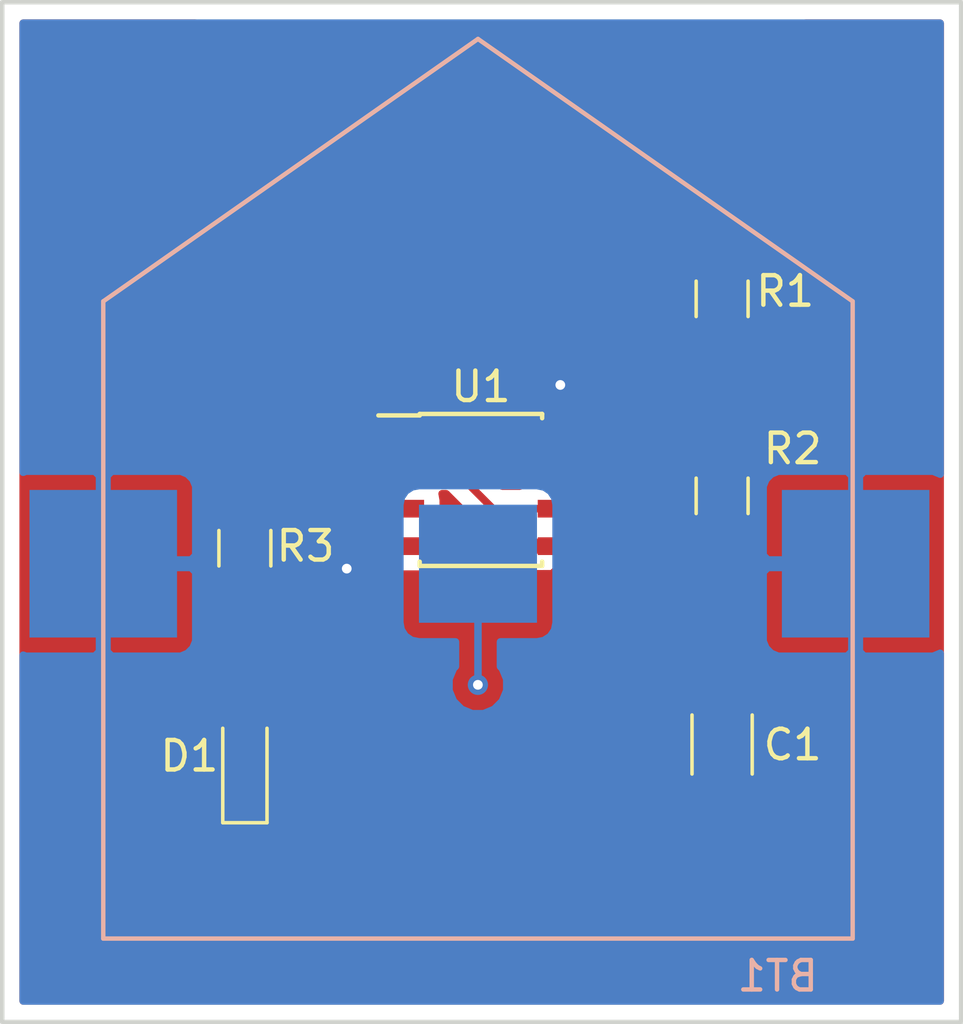
<source format=kicad_pcb>
(kicad_pcb (version 4) (host pcbnew 4.0.7)

  (general
    (links 15)
    (no_connects 0)
    (area 150.299999 76.999999 182.950001 111.700001)
    (thickness 1.6)
    (drawings 5)
    (tracks 27)
    (zones 0)
    (modules 7)
    (nets 7)
  )

  (page A4)
  (layers
    (0 F.Cu signal)
    (31 B.Cu signal)
    (32 B.Adhes user)
    (33 F.Adhes user)
    (34 B.Paste user)
    (35 F.Paste user)
    (36 B.SilkS user)
    (37 F.SilkS user)
    (38 B.Mask user)
    (39 F.Mask user)
    (40 Dwgs.User user)
    (41 Cmts.User user)
    (42 Eco1.User user)
    (43 Eco2.User user)
    (44 Edge.Cuts user)
    (45 Margin user)
    (46 B.CrtYd user)
    (47 F.CrtYd user)
    (48 B.Fab user)
    (49 F.Fab user)
  )

  (setup
    (last_trace_width 0.254)
    (trace_clearance 0.254)
    (zone_clearance 0.508)
    (zone_45_only no)
    (trace_min 0.1524)
    (segment_width 0.2)
    (edge_width 0.15)
    (via_size 0.6858)
    (via_drill 0.3302)
    (via_min_size 0.6858)
    (via_min_drill 0.3302)
    (uvia_size 0.3)
    (uvia_drill 0.1)
    (uvias_allowed no)
    (uvia_min_size 0.2)
    (uvia_min_drill 0.1)
    (pcb_text_width 0.3)
    (pcb_text_size 1.5 1.5)
    (mod_edge_width 0.15)
    (mod_text_size 1 1)
    (mod_text_width 0.15)
    (pad_size 1.524 1.524)
    (pad_drill 0.762)
    (pad_to_mask_clearance 0.2)
    (aux_axis_origin 0 0)
    (visible_elements 7FFFFFFF)
    (pcbplotparams
      (layerselection 0x010f0_80000001)
      (usegerberextensions false)
      (excludeedgelayer true)
      (linewidth 0.100000)
      (plotframeref false)
      (viasonmask false)
      (mode 1)
      (useauxorigin false)
      (hpglpennumber 1)
      (hpglpenspeed 20)
      (hpglpendiameter 15)
      (hpglpenoverlay 2)
      (psnegative false)
      (psa4output false)
      (plotreference true)
      (plotvalue false)
      (plotinvisibletext false)
      (padsonsilk false)
      (subtractmaskfromsilk true)
      (outputformat 1)
      (mirror false)
      (drillshape 0)
      (scaleselection 1)
      (outputdirectory GERBERS/))
  )

  (net 0 "")
  (net 1 GND)
  (net 2 /VDD)
  (net 3 "Net-(C1-Pad1)")
  (net 4 "Net-(D1-Pad2)")
  (net 5 "Net-(R1-Pad2)")
  (net 6 "Net-(R3-Pad1)")

  (net_class Default "This is the default net class."
    (clearance 0.254)
    (trace_width 0.254)
    (via_dia 0.6858)
    (via_drill 0.3302)
    (uvia_dia 0.3)
    (uvia_drill 0.1)
    (add_net /VDD)
    (add_net GND)
    (add_net "Net-(C1-Pad1)")
    (add_net "Net-(D1-Pad2)")
    (add_net "Net-(R1-Pad2)")
    (add_net "Net-(R3-Pad1)")
  )

  (module GTB:S8211R (layer B.Cu) (tedit 5AE006A6) (tstamp 5AE00C6F)
    (at 166.5 96.1)
    (path /5ADFE56F)
    (fp_text reference BT1 (at 10.16 13.97) (layer B.SilkS)
      (effects (font (size 1 1) (thickness 0.15)) (justify mirror))
    )
    (fp_text value Battery (at -8.89 13.97) (layer B.Fab)
      (effects (font (size 1 1) (thickness 0.15)) (justify mirror))
    )
    (fp_line (start -12.7 -8.89) (end 0 -17.78) (layer B.SilkS) (width 0.15))
    (fp_line (start 0 -17.78) (end 12.7 -8.89) (layer B.SilkS) (width 0.15))
    (fp_line (start 12.7 12.7) (end 12.7 -8.89) (layer B.SilkS) (width 0.15))
    (fp_line (start -12.7 -8.89) (end -12.7 12.7) (layer B.SilkS) (width 0.15))
    (fp_line (start -12.7 12.7) (end 12.7 12.7) (layer B.SilkS) (width 0.15))
    (pad 2 smd rect (at 0 0) (size 4 4) (layers B.Cu B.Paste B.Mask)
      (net 1 GND))
    (pad 1 smd rect (at -12.7 0) (size 5 5) (layers B.Cu B.Paste B.Mask)
      (net 2 /VDD))
    (pad 1 smd rect (at 12.8 0) (size 5 5) (layers B.Cu B.Paste B.Mask)
      (net 2 /VDD))
  )

  (module Capacitors_SMD:C_1206_HandSoldering (layer F.Cu) (tedit 5AE8558B) (tstamp 5AE00C75)
    (at 174.775 102.225 270)
    (descr "Capacitor SMD 1206, hand soldering")
    (tags "capacitor 1206")
    (path /5ADFE3AF)
    (attr smd)
    (fp_text reference C1 (at 0.01 -2.39 360) (layer F.SilkS)
      (effects (font (size 1 1) (thickness 0.15)))
    )
    (fp_text value 1U (at 0 2 270) (layer F.Fab)
      (effects (font (size 1 1) (thickness 0.15)))
    )
    (fp_text user %R (at 0.01 -2.39 360) (layer F.Fab) hide
      (effects (font (size 1 1) (thickness 0.15)))
    )
    (fp_line (start -1.6 0.8) (end -1.6 -0.8) (layer F.Fab) (width 0.1))
    (fp_line (start 1.6 0.8) (end -1.6 0.8) (layer F.Fab) (width 0.1))
    (fp_line (start 1.6 -0.8) (end 1.6 0.8) (layer F.Fab) (width 0.1))
    (fp_line (start -1.6 -0.8) (end 1.6 -0.8) (layer F.Fab) (width 0.1))
    (fp_line (start 1 -1.02) (end -1 -1.02) (layer F.SilkS) (width 0.12))
    (fp_line (start -1 1.02) (end 1 1.02) (layer F.SilkS) (width 0.12))
    (fp_line (start -3.25 -1.05) (end 3.25 -1.05) (layer F.CrtYd) (width 0.05))
    (fp_line (start -3.25 -1.05) (end -3.25 1.05) (layer F.CrtYd) (width 0.05))
    (fp_line (start 3.25 1.05) (end 3.25 -1.05) (layer F.CrtYd) (width 0.05))
    (fp_line (start 3.25 1.05) (end -3.25 1.05) (layer F.CrtYd) (width 0.05))
    (pad 1 smd rect (at -2 0 270) (size 2 1.6) (layers F.Cu F.Paste F.Mask)
      (net 3 "Net-(C1-Pad1)"))
    (pad 2 smd rect (at 2 0 270) (size 2 1.6) (layers F.Cu F.Paste F.Mask)
      (net 1 GND))
    (model Capacitors_SMD.3dshapes/C_1206.wrl
      (at (xyz 0 0 0))
      (scale (xyz 1 1 1))
      (rotate (xyz 0 0 0))
    )
  )

  (module LEDs:LED_0805_HandSoldering (layer F.Cu) (tedit 5AE85557) (tstamp 5AE00C7B)
    (at 158.6 102.675 90)
    (descr "Resistor SMD 0805, hand soldering")
    (tags "resistor 0805")
    (path /5ADFE3FA)
    (attr smd)
    (fp_text reference D1 (at 0.059 -1.882 180) (layer F.SilkS)
      (effects (font (size 1 1) (thickness 0.15)))
    )
    (fp_text value LED (at 0 1.75 90) (layer F.Fab)
      (effects (font (size 1 1) (thickness 0.15)))
    )
    (fp_line (start -0.4 -0.4) (end -0.4 0.4) (layer F.Fab) (width 0.1))
    (fp_line (start -0.4 0) (end 0.2 -0.4) (layer F.Fab) (width 0.1))
    (fp_line (start 0.2 0.4) (end -0.4 0) (layer F.Fab) (width 0.1))
    (fp_line (start 0.2 -0.4) (end 0.2 0.4) (layer F.Fab) (width 0.1))
    (fp_line (start -1 0.62) (end -1 -0.62) (layer F.Fab) (width 0.1))
    (fp_line (start 1 0.62) (end -1 0.62) (layer F.Fab) (width 0.1))
    (fp_line (start 1 -0.62) (end 1 0.62) (layer F.Fab) (width 0.1))
    (fp_line (start -1 -0.62) (end 1 -0.62) (layer F.Fab) (width 0.1))
    (fp_line (start 1 0.75) (end -2.2 0.75) (layer F.SilkS) (width 0.12))
    (fp_line (start -2.2 -0.75) (end 1 -0.75) (layer F.SilkS) (width 0.12))
    (fp_line (start -2.35 -0.9) (end 2.35 -0.9) (layer F.CrtYd) (width 0.05))
    (fp_line (start -2.35 -0.9) (end -2.35 0.9) (layer F.CrtYd) (width 0.05))
    (fp_line (start 2.35 0.9) (end 2.35 -0.9) (layer F.CrtYd) (width 0.05))
    (fp_line (start 2.35 0.9) (end -2.35 0.9) (layer F.CrtYd) (width 0.05))
    (fp_line (start -2.2 -0.75) (end -2.2 0.75) (layer F.SilkS) (width 0.12))
    (pad 1 smd rect (at -1.35 0 90) (size 1.5 1.3) (layers F.Cu F.Paste F.Mask)
      (net 1 GND))
    (pad 2 smd rect (at 1.35 0 90) (size 1.5 1.3) (layers F.Cu F.Paste F.Mask)
      (net 4 "Net-(D1-Pad2)"))
    (model ${KISYS3DMOD}/LEDs.3dshapes/LED_0805.wrl
      (at (xyz 0 0 0))
      (scale (xyz 1 1 1))
      (rotate (xyz 0 0 0))
    )
  )

  (module Resistors_SMD:R_0805_HandSoldering (layer F.Cu) (tedit 5AE85514) (tstamp 5AE00C81)
    (at 174.775 87.125 270)
    (descr "Resistor SMD 0805, hand soldering")
    (tags "resistor 0805")
    (path /5ADFE144)
    (attr smd)
    (fp_text reference R1 (at -0.257 -2.136 360) (layer F.SilkS)
      (effects (font (size 1 1) (thickness 0.15)))
    )
    (fp_text value 1K (at 0 1.75 270) (layer F.Fab)
      (effects (font (size 1 1) (thickness 0.15)))
    )
    (fp_text user %R (at 0 0 270) (layer F.Fab)
      (effects (font (size 0.5 0.5) (thickness 0.075)))
    )
    (fp_line (start -1 0.62) (end -1 -0.62) (layer F.Fab) (width 0.1))
    (fp_line (start 1 0.62) (end -1 0.62) (layer F.Fab) (width 0.1))
    (fp_line (start 1 -0.62) (end 1 0.62) (layer F.Fab) (width 0.1))
    (fp_line (start -1 -0.62) (end 1 -0.62) (layer F.Fab) (width 0.1))
    (fp_line (start 0.6 0.88) (end -0.6 0.88) (layer F.SilkS) (width 0.12))
    (fp_line (start -0.6 -0.88) (end 0.6 -0.88) (layer F.SilkS) (width 0.12))
    (fp_line (start -2.35 -0.9) (end 2.35 -0.9) (layer F.CrtYd) (width 0.05))
    (fp_line (start -2.35 -0.9) (end -2.35 0.9) (layer F.CrtYd) (width 0.05))
    (fp_line (start 2.35 0.9) (end 2.35 -0.9) (layer F.CrtYd) (width 0.05))
    (fp_line (start 2.35 0.9) (end -2.35 0.9) (layer F.CrtYd) (width 0.05))
    (pad 1 smd rect (at -1.35 0 270) (size 1.5 1.3) (layers F.Cu F.Paste F.Mask)
      (net 2 /VDD))
    (pad 2 smd rect (at 1.35 0 270) (size 1.5 1.3) (layers F.Cu F.Paste F.Mask)
      (net 5 "Net-(R1-Pad2)"))
    (model ${KISYS3DMOD}/Resistors_SMD.3dshapes/R_0805.wrl
      (at (xyz 0 0 0))
      (scale (xyz 1 1 1))
      (rotate (xyz 0 0 0))
    )
  )

  (module Resistors_SMD:R_0805_HandSoldering (layer F.Cu) (tedit 5AE8551E) (tstamp 5AE00C87)
    (at 174.775 93.8 270)
    (descr "Resistor SMD 0805, hand soldering")
    (tags "resistor 0805")
    (path /5ADFE2A3)
    (attr smd)
    (fp_text reference R2 (at -1.598 -2.39 360) (layer F.SilkS)
      (effects (font (size 1 1) (thickness 0.15)))
    )
    (fp_text value 470K (at 0 1.75 270) (layer F.Fab)
      (effects (font (size 1 1) (thickness 0.15)))
    )
    (fp_text user %R (at 0 0 270) (layer F.Fab)
      (effects (font (size 0.5 0.5) (thickness 0.075)))
    )
    (fp_line (start -1 0.62) (end -1 -0.62) (layer F.Fab) (width 0.1))
    (fp_line (start 1 0.62) (end -1 0.62) (layer F.Fab) (width 0.1))
    (fp_line (start 1 -0.62) (end 1 0.62) (layer F.Fab) (width 0.1))
    (fp_line (start -1 -0.62) (end 1 -0.62) (layer F.Fab) (width 0.1))
    (fp_line (start 0.6 0.88) (end -0.6 0.88) (layer F.SilkS) (width 0.12))
    (fp_line (start -0.6 -0.88) (end 0.6 -0.88) (layer F.SilkS) (width 0.12))
    (fp_line (start -2.35 -0.9) (end 2.35 -0.9) (layer F.CrtYd) (width 0.05))
    (fp_line (start -2.35 -0.9) (end -2.35 0.9) (layer F.CrtYd) (width 0.05))
    (fp_line (start 2.35 0.9) (end 2.35 -0.9) (layer F.CrtYd) (width 0.05))
    (fp_line (start 2.35 0.9) (end -2.35 0.9) (layer F.CrtYd) (width 0.05))
    (pad 1 smd rect (at -1.35 0 270) (size 1.5 1.3) (layers F.Cu F.Paste F.Mask)
      (net 5 "Net-(R1-Pad2)"))
    (pad 2 smd rect (at 1.35 0 270) (size 1.5 1.3) (layers F.Cu F.Paste F.Mask)
      (net 3 "Net-(C1-Pad1)"))
    (model ${KISYS3DMOD}/Resistors_SMD.3dshapes/R_0805.wrl
      (at (xyz 0 0 0))
      (scale (xyz 1 1 1))
      (rotate (xyz 0 0 0))
    )
  )

  (module Resistors_SMD:R_0805_HandSoldering (layer F.Cu) (tedit 5AE8550A) (tstamp 5AE00C8D)
    (at 158.6 95.575 270)
    (descr "Resistor SMD 0805, hand soldering")
    (tags "resistor 0805")
    (path /5ADFE336)
    (attr smd)
    (fp_text reference R3 (at -0.071 -2.055 360) (layer F.SilkS)
      (effects (font (size 1 1) (thickness 0.15)))
    )
    (fp_text value 1K (at 0 1.75 270) (layer F.Fab)
      (effects (font (size 1 1) (thickness 0.15)))
    )
    (fp_text user %R (at 0 0 270) (layer F.Fab)
      (effects (font (size 0.5 0.5) (thickness 0.075)))
    )
    (fp_line (start -1 0.62) (end -1 -0.62) (layer F.Fab) (width 0.1))
    (fp_line (start 1 0.62) (end -1 0.62) (layer F.Fab) (width 0.1))
    (fp_line (start 1 -0.62) (end 1 0.62) (layer F.Fab) (width 0.1))
    (fp_line (start -1 -0.62) (end 1 -0.62) (layer F.Fab) (width 0.1))
    (fp_line (start 0.6 0.88) (end -0.6 0.88) (layer F.SilkS) (width 0.12))
    (fp_line (start -0.6 -0.88) (end 0.6 -0.88) (layer F.SilkS) (width 0.12))
    (fp_line (start -2.35 -0.9) (end 2.35 -0.9) (layer F.CrtYd) (width 0.05))
    (fp_line (start -2.35 -0.9) (end -2.35 0.9) (layer F.CrtYd) (width 0.05))
    (fp_line (start 2.35 0.9) (end 2.35 -0.9) (layer F.CrtYd) (width 0.05))
    (fp_line (start 2.35 0.9) (end -2.35 0.9) (layer F.CrtYd) (width 0.05))
    (pad 1 smd rect (at -1.35 0 270) (size 1.5 1.3) (layers F.Cu F.Paste F.Mask)
      (net 6 "Net-(R3-Pad1)"))
    (pad 2 smd rect (at 1.35 0 270) (size 1.5 1.3) (layers F.Cu F.Paste F.Mask)
      (net 4 "Net-(D1-Pad2)"))
    (model ${KISYS3DMOD}/Resistors_SMD.3dshapes/R_0805.wrl
      (at (xyz 0 0 0))
      (scale (xyz 1 1 1))
      (rotate (xyz 0 0 0))
    )
  )

  (module Housings_SOIC:SOIC-8_3.9x4.9mm_Pitch1.27mm (layer F.Cu) (tedit 58CD0CDA) (tstamp 5AE00C99)
    (at 166.6 93.6)
    (descr "8-Lead Plastic Small Outline (SN) - Narrow, 3.90 mm Body [SOIC] (see Microchip Packaging Specification 00000049BS.pdf)")
    (tags "SOIC 1.27")
    (path /5ADFE06A)
    (attr smd)
    (fp_text reference U1 (at 0 -3.5) (layer F.SilkS)
      (effects (font (size 1 1) (thickness 0.15)))
    )
    (fp_text value 7555 (at 0 3.5) (layer F.Fab)
      (effects (font (size 1 1) (thickness 0.15)))
    )
    (fp_text user %R (at 0 0) (layer F.Fab)
      (effects (font (size 1 1) (thickness 0.15)))
    )
    (fp_line (start -0.95 -2.45) (end 1.95 -2.45) (layer F.Fab) (width 0.1))
    (fp_line (start 1.95 -2.45) (end 1.95 2.45) (layer F.Fab) (width 0.1))
    (fp_line (start 1.95 2.45) (end -1.95 2.45) (layer F.Fab) (width 0.1))
    (fp_line (start -1.95 2.45) (end -1.95 -1.45) (layer F.Fab) (width 0.1))
    (fp_line (start -1.95 -1.45) (end -0.95 -2.45) (layer F.Fab) (width 0.1))
    (fp_line (start -3.73 -2.7) (end -3.73 2.7) (layer F.CrtYd) (width 0.05))
    (fp_line (start 3.73 -2.7) (end 3.73 2.7) (layer F.CrtYd) (width 0.05))
    (fp_line (start -3.73 -2.7) (end 3.73 -2.7) (layer F.CrtYd) (width 0.05))
    (fp_line (start -3.73 2.7) (end 3.73 2.7) (layer F.CrtYd) (width 0.05))
    (fp_line (start -2.075 -2.575) (end -2.075 -2.525) (layer F.SilkS) (width 0.15))
    (fp_line (start 2.075 -2.575) (end 2.075 -2.43) (layer F.SilkS) (width 0.15))
    (fp_line (start 2.075 2.575) (end 2.075 2.43) (layer F.SilkS) (width 0.15))
    (fp_line (start -2.075 2.575) (end -2.075 2.43) (layer F.SilkS) (width 0.15))
    (fp_line (start -2.075 -2.575) (end 2.075 -2.575) (layer F.SilkS) (width 0.15))
    (fp_line (start -2.075 2.575) (end 2.075 2.575) (layer F.SilkS) (width 0.15))
    (fp_line (start -2.075 -2.525) (end -3.475 -2.525) (layer F.SilkS) (width 0.15))
    (pad 1 smd rect (at -2.7 -1.905) (size 1.55 0.6) (layers F.Cu F.Paste F.Mask)
      (net 1 GND))
    (pad 2 smd rect (at -2.7 -0.635) (size 1.55 0.6) (layers F.Cu F.Paste F.Mask)
      (net 3 "Net-(C1-Pad1)"))
    (pad 3 smd rect (at -2.7 0.635) (size 1.55 0.6) (layers F.Cu F.Paste F.Mask)
      (net 6 "Net-(R3-Pad1)"))
    (pad 4 smd rect (at -2.7 1.905) (size 1.55 0.6) (layers F.Cu F.Paste F.Mask)
      (net 2 /VDD))
    (pad 5 smd rect (at 2.7 1.905) (size 1.55 0.6) (layers F.Cu F.Paste F.Mask)
      (net 1 GND))
    (pad 6 smd rect (at 2.7 0.635) (size 1.55 0.6) (layers F.Cu F.Paste F.Mask)
      (net 3 "Net-(C1-Pad1)"))
    (pad 7 smd rect (at 2.7 -0.635) (size 1.55 0.6) (layers F.Cu F.Paste F.Mask)
      (net 5 "Net-(R1-Pad2)"))
    (pad 8 smd rect (at 2.7 -1.905) (size 1.55 0.6) (layers F.Cu F.Paste F.Mask)
      (net 2 /VDD))
    (model ${KISYS3DMOD}/Housings_SOIC.3dshapes/SOIC-8_3.9x4.9mm_Pitch1.27mm.wrl
      (at (xyz 0 0 0))
      (scale (xyz 1 1 1))
      (rotate (xyz 0 0 0))
    )
  )

  (gr_text "Getting To Blinky\nMade by Jordan" (at 167.259 80.518) (layer F.Cu)
    (effects (font (size 1.5 1.5) (thickness 0.3)))
  )
  (gr_line (start 182.875 111.625) (end 150.375 111.625) (angle 90) (layer Edge.Cuts) (width 0.15))
  (gr_line (start 182.875 77.075) (end 182.875 111.625) (angle 90) (layer Edge.Cuts) (width 0.15))
  (gr_line (start 150.375 77.075) (end 182.875 77.075) (angle 90) (layer Edge.Cuts) (width 0.15))
  (gr_line (start 150.375 111.625) (end 150.375 77.075) (angle 90) (layer Edge.Cuts) (width 0.15))

  (segment (start 166.5 96.1) (end 166.5 100.2) (width 0.254) (layer B.Cu) (net 1))
  (via (at 166.497 100.203) (size 0.6858) (drill 0.3302) (layers F.Cu B.Cu) (net 1))
  (segment (start 166.5 100.2) (end 166.497 100.203) (width 0.254) (layer B.Cu) (net 1) (tstamp 5AE04BE7))
  (segment (start 163.9 95.505) (end 162.813 95.505) (width 0.254) (layer F.Cu) (net 2))
  (via (at 162.052 96.266) (size 0.6858) (drill 0.3302) (layers F.Cu B.Cu) (net 2))
  (segment (start 162.813 95.505) (end 162.052 96.266) (width 0.254) (layer F.Cu) (net 2) (tstamp 5AE85488))
  (segment (start 169.3 91.695) (end 169.3 90.052) (width 0.254) (layer F.Cu) (net 2))
  (via (at 169.291 90.043) (size 0.6858) (drill 0.3302) (layers F.Cu B.Cu) (net 2))
  (segment (start 169.3 90.052) (end 169.291 90.043) (width 0.254) (layer F.Cu) (net 2) (tstamp 5AE8546C))
  (segment (start 174.194 85.775) (end 174.775 85.775) (width 0.254) (layer F.Cu) (net 2) (tstamp 5AE04976))
  (segment (start 173.228 86.741) (end 174.194 85.775) (width 0.254) (layer F.Cu) (net 2) (tstamp 5AE04971))
  (segment (start 173.228 90.297) (end 173.228 86.741) (width 0.254) (layer F.Cu) (net 2) (tstamp 5AE0496E))
  (segment (start 171.83 91.695) (end 173.228 90.297) (width 0.254) (layer F.Cu) (net 2) (tstamp 5AE04929))
  (segment (start 169.3 91.695) (end 171.83 91.695) (width 0.254) (layer F.Cu) (net 2))
  (segment (start 174.775 95.15) (end 172.747 95.15) (width 0.254) (layer F.Cu) (net 3))
  (segment (start 171.832 94.235) (end 169.3 94.235) (width 0.254) (layer F.Cu) (net 3) (tstamp 5AE854C3))
  (segment (start 172.747 95.15) (end 171.832 94.235) (width 0.254) (layer F.Cu) (net 3) (tstamp 5AE854BF))
  (segment (start 163.9 92.965) (end 165.736 92.965) (width 0.254) (layer F.Cu) (net 3))
  (segment (start 165.736 92.965) (end 167.006 94.235) (width 0.254) (layer F.Cu) (net 3) (tstamp 5AE854AD))
  (segment (start 167.006 94.235) (end 169.3 94.235) (width 0.254) (layer F.Cu) (net 3) (tstamp 5AE854B2))
  (segment (start 174.775 95.15) (end 174.775 100.225) (width 0.254) (layer F.Cu) (net 3))
  (segment (start 158.6 101.325) (end 158.6 96.925) (width 0.254) (layer F.Cu) (net 4))
  (segment (start 174.775 88.475) (end 174.775 92.45) (width 0.254) (layer F.Cu) (net 5))
  (segment (start 169.3 92.965) (end 174.26 92.965) (width 0.254) (layer F.Cu) (net 5))
  (segment (start 174.26 92.965) (end 174.775 92.45) (width 0.254) (layer F.Cu) (net 5) (tstamp 5AE049E3))
  (segment (start 158.6 94.225) (end 163.89 94.225) (width 0.254) (layer F.Cu) (net 6))
  (segment (start 163.89 94.225) (end 163.9 94.235) (width 0.254) (layer F.Cu) (net 6) (tstamp 5AE049F1))

  (zone (net 1) (net_name GND) (layer F.Cu) (tstamp 5AE04A20) (hatch edge 0.508)
    (connect_pads (clearance 0.508))
    (min_thickness 0.254)
    (fill yes (arc_segments 16) (thermal_gap 0.508) (thermal_bridge_width 0.508))
    (polygon
      (pts
        (xy 182.88 111.633) (xy 150.368 111.633) (xy 150.368 77.089) (xy 182.88 77.089)
      )
    )
    (filled_polygon
      (pts
        (xy 156.909714 83.778) (xy 177.608286 83.778) (xy 177.608286 77.785) (xy 182.165 77.785) (xy 182.165 110.915)
        (xy 151.085 110.915) (xy 151.085 104.31075) (xy 157.315 104.31075) (xy 157.315 104.901309) (xy 157.411673 105.134698)
        (xy 157.590301 105.313327) (xy 157.82369 105.41) (xy 158.31425 105.41) (xy 158.473 105.25125) (xy 158.473 104.152)
        (xy 158.727 104.152) (xy 158.727 105.25125) (xy 158.88575 105.41) (xy 159.37631 105.41) (xy 159.609699 105.313327)
        (xy 159.788327 105.134698) (xy 159.885 104.901309) (xy 159.885 104.51075) (xy 173.34 104.51075) (xy 173.34 105.351309)
        (xy 173.436673 105.584698) (xy 173.615301 105.763327) (xy 173.84869 105.86) (xy 174.48925 105.86) (xy 174.648 105.70125)
        (xy 174.648 104.352) (xy 174.902 104.352) (xy 174.902 105.70125) (xy 175.06075 105.86) (xy 175.70131 105.86)
        (xy 175.934699 105.763327) (xy 176.113327 105.584698) (xy 176.21 105.351309) (xy 176.21 104.51075) (xy 176.05125 104.352)
        (xy 174.902 104.352) (xy 174.648 104.352) (xy 173.49875 104.352) (xy 173.34 104.51075) (xy 159.885 104.51075)
        (xy 159.885 104.31075) (xy 159.72625 104.152) (xy 158.727 104.152) (xy 158.473 104.152) (xy 157.47375 104.152)
        (xy 157.315 104.31075) (xy 151.085 104.31075) (xy 151.085 93.475) (xy 157.30256 93.475) (xy 157.30256 94.975)
        (xy 157.346838 95.210317) (xy 157.48591 95.426441) (xy 157.69811 95.571431) (xy 157.711197 95.574081) (xy 157.498559 95.71091)
        (xy 157.353569 95.92311) (xy 157.30256 96.175) (xy 157.30256 97.675) (xy 157.346838 97.910317) (xy 157.48591 98.126441)
        (xy 157.69811 98.271431) (xy 157.838 98.299759) (xy 157.838 99.948634) (xy 157.714683 99.971838) (xy 157.498559 100.11091)
        (xy 157.353569 100.32311) (xy 157.30256 100.575) (xy 157.30256 102.075) (xy 157.346838 102.310317) (xy 157.48591 102.526441)
        (xy 157.69811 102.671431) (xy 157.73149 102.678191) (xy 157.590301 102.736673) (xy 157.411673 102.915302) (xy 157.315 103.148691)
        (xy 157.315 103.73925) (xy 157.47375 103.898) (xy 158.473 103.898) (xy 158.473 103.878) (xy 158.727 103.878)
        (xy 158.727 103.898) (xy 159.72625 103.898) (xy 159.885 103.73925) (xy 159.885 103.148691) (xy 159.86429 103.098691)
        (xy 173.34 103.098691) (xy 173.34 103.93925) (xy 173.49875 104.098) (xy 174.648 104.098) (xy 174.648 102.74875)
        (xy 174.902 102.74875) (xy 174.902 104.098) (xy 176.05125 104.098) (xy 176.21 103.93925) (xy 176.21 103.098691)
        (xy 176.113327 102.865302) (xy 175.934699 102.686673) (xy 175.70131 102.59) (xy 175.06075 102.59) (xy 174.902 102.74875)
        (xy 174.648 102.74875) (xy 174.48925 102.59) (xy 173.84869 102.59) (xy 173.615301 102.686673) (xy 173.436673 102.865302)
        (xy 173.34 103.098691) (xy 159.86429 103.098691) (xy 159.788327 102.915302) (xy 159.609699 102.736673) (xy 159.473713 102.680346)
        (xy 159.485317 102.678162) (xy 159.701441 102.53909) (xy 159.846431 102.32689) (xy 159.89744 102.075) (xy 159.89744 100.575)
        (xy 159.853162 100.339683) (xy 159.71409 100.123559) (xy 159.50189 99.978569) (xy 159.362 99.950241) (xy 159.362 98.301366)
        (xy 159.485317 98.278162) (xy 159.701441 98.13909) (xy 159.846431 97.92689) (xy 159.89744 97.675) (xy 159.89744 96.175)
        (xy 159.853162 95.939683) (xy 159.71409 95.723559) (xy 159.50189 95.578569) (xy 159.488803 95.575919) (xy 159.701441 95.43909)
        (xy 159.846431 95.22689) (xy 159.89501 94.987) (xy 162.253369 94.987) (xy 161.952356 95.288013) (xy 161.858337 95.287931)
        (xy 161.498788 95.436493) (xy 161.22346 95.711341) (xy 161.07427 96.07063) (xy 161.073931 96.459663) (xy 161.222493 96.819212)
        (xy 161.497341 97.09454) (xy 161.85663 97.24373) (xy 162.245663 97.244069) (xy 162.605212 97.095507) (xy 162.88054 96.820659)
        (xy 163.02973 96.46137) (xy 163.029755 96.433152) (xy 163.125 96.45244) (xy 164.675 96.45244) (xy 164.910317 96.408162)
        (xy 165.126441 96.26909) (xy 165.271431 96.05689) (xy 165.32244 95.805) (xy 165.32244 95.79075) (xy 167.89 95.79075)
        (xy 167.89 95.93131) (xy 167.986673 96.164699) (xy 168.165302 96.343327) (xy 168.398691 96.44) (xy 169.01425 96.44)
        (xy 169.173 96.28125) (xy 169.173 95.632) (xy 169.427 95.632) (xy 169.427 96.28125) (xy 169.58575 96.44)
        (xy 170.201309 96.44) (xy 170.434698 96.343327) (xy 170.613327 96.164699) (xy 170.71 95.93131) (xy 170.71 95.79075)
        (xy 170.55125 95.632) (xy 169.427 95.632) (xy 169.173 95.632) (xy 168.04875 95.632) (xy 167.89 95.79075)
        (xy 165.32244 95.79075) (xy 165.32244 95.205) (xy 165.278162 94.969683) (xy 165.214322 94.870472) (xy 165.271431 94.78689)
        (xy 165.32244 94.535) (xy 165.32244 93.935) (xy 165.283302 93.727) (xy 165.42037 93.727) (xy 166.467184 94.773815)
        (xy 166.593767 94.858395) (xy 166.714395 94.938996) (xy 167.006 94.997) (xy 167.923837 94.997) (xy 167.89 95.07869)
        (xy 167.89 95.21925) (xy 168.04875 95.378) (xy 169.173 95.378) (xy 169.173 95.358) (xy 169.427 95.358)
        (xy 169.427 95.378) (xy 170.55125 95.378) (xy 170.71 95.21925) (xy 170.71 95.07869) (xy 170.676163 94.997)
        (xy 171.51637 94.997) (xy 172.208184 95.688815) (xy 172.455395 95.853996) (xy 172.747 95.912) (xy 173.479818 95.912)
        (xy 173.521838 96.135317) (xy 173.66091 96.351441) (xy 173.87311 96.496431) (xy 174.013 96.524759) (xy 174.013 98.57756)
        (xy 173.975 98.57756) (xy 173.739683 98.621838) (xy 173.523559 98.76091) (xy 173.378569 98.97311) (xy 173.32756 99.225)
        (xy 173.32756 101.225) (xy 173.371838 101.460317) (xy 173.51091 101.676441) (xy 173.72311 101.821431) (xy 173.975 101.87244)
        (xy 175.575 101.87244) (xy 175.810317 101.828162) (xy 176.026441 101.68909) (xy 176.171431 101.47689) (xy 176.22244 101.225)
        (xy 176.22244 99.225) (xy 176.178162 98.989683) (xy 176.03909 98.773559) (xy 175.82689 98.628569) (xy 175.575 98.57756)
        (xy 175.537 98.57756) (xy 175.537 96.526366) (xy 175.660317 96.503162) (xy 175.876441 96.36409) (xy 176.021431 96.15189)
        (xy 176.07244 95.9) (xy 176.07244 94.4) (xy 176.028162 94.164683) (xy 175.88909 93.948559) (xy 175.67689 93.803569)
        (xy 175.663803 93.800919) (xy 175.876441 93.66409) (xy 176.021431 93.45189) (xy 176.07244 93.2) (xy 176.07244 91.7)
        (xy 176.028162 91.464683) (xy 175.88909 91.248559) (xy 175.67689 91.103569) (xy 175.537 91.075241) (xy 175.537 89.851366)
        (xy 175.660317 89.828162) (xy 175.876441 89.68909) (xy 176.021431 89.47689) (xy 176.07244 89.225) (xy 176.07244 87.725)
        (xy 176.028162 87.489683) (xy 175.88909 87.273559) (xy 175.67689 87.128569) (xy 175.663803 87.125919) (xy 175.876441 86.98909)
        (xy 176.021431 86.77689) (xy 176.07244 86.525) (xy 176.07244 85.025) (xy 176.028162 84.789683) (xy 175.88909 84.573559)
        (xy 175.67689 84.428569) (xy 175.425 84.37756) (xy 174.125 84.37756) (xy 173.889683 84.421838) (xy 173.673559 84.56091)
        (xy 173.528569 84.77311) (xy 173.47756 85.025) (xy 173.47756 85.413809) (xy 172.689185 86.202185) (xy 172.524004 86.449395)
        (xy 172.466 86.741) (xy 172.466 89.981369) (xy 171.51437 90.933) (xy 170.523636 90.933) (xy 170.32689 90.798569)
        (xy 170.075 90.74756) (xy 170.062 90.74756) (xy 170.062 90.655099) (xy 170.11954 90.597659) (xy 170.26873 90.23837)
        (xy 170.269069 89.849337) (xy 170.120507 89.489788) (xy 169.845659 89.21446) (xy 169.48637 89.06527) (xy 169.097337 89.064931)
        (xy 168.737788 89.213493) (xy 168.46246 89.488341) (xy 168.31327 89.84763) (xy 168.312931 90.236663) (xy 168.461493 90.596212)
        (xy 168.538 90.672853) (xy 168.538 90.74756) (xy 168.525 90.74756) (xy 168.289683 90.791838) (xy 168.073559 90.93091)
        (xy 167.928569 91.14311) (xy 167.87756 91.395) (xy 167.87756 91.995) (xy 167.921838 92.230317) (xy 167.985678 92.329528)
        (xy 167.928569 92.41311) (xy 167.87756 92.665) (xy 167.87756 93.265) (xy 167.916698 93.473) (xy 167.321631 93.473)
        (xy 166.274815 92.426185) (xy 166.167829 92.354699) (xy 166.027605 92.261004) (xy 165.736 92.203) (xy 165.276163 92.203)
        (xy 165.31 92.12131) (xy 165.31 91.98075) (xy 165.15125 91.822) (xy 164.027 91.822) (xy 164.027 91.842)
        (xy 163.773 91.842) (xy 163.773 91.822) (xy 162.64875 91.822) (xy 162.49 91.98075) (xy 162.49 92.12131)
        (xy 162.579806 92.338122) (xy 162.528569 92.41311) (xy 162.47756 92.665) (xy 162.47756 93.265) (xy 162.514816 93.463)
        (xy 159.895182 93.463) (xy 159.853162 93.239683) (xy 159.71409 93.023559) (xy 159.50189 92.878569) (xy 159.25 92.82756)
        (xy 157.95 92.82756) (xy 157.714683 92.871838) (xy 157.498559 93.01091) (xy 157.353569 93.22311) (xy 157.30256 93.475)
        (xy 151.085 93.475) (xy 151.085 91.26869) (xy 162.49 91.26869) (xy 162.49 91.40925) (xy 162.64875 91.568)
        (xy 163.773 91.568) (xy 163.773 90.91875) (xy 164.027 90.91875) (xy 164.027 91.568) (xy 165.15125 91.568)
        (xy 165.31 91.40925) (xy 165.31 91.26869) (xy 165.213327 91.035301) (xy 165.034698 90.856673) (xy 164.801309 90.76)
        (xy 164.18575 90.76) (xy 164.027 90.91875) (xy 163.773 90.91875) (xy 163.61425 90.76) (xy 162.998691 90.76)
        (xy 162.765302 90.856673) (xy 162.586673 91.035301) (xy 162.49 91.26869) (xy 151.085 91.26869) (xy 151.085 77.785)
        (xy 156.909714 77.785)
      )
    )
  )
  (zone (net 2) (net_name /VDD) (layer B.Cu) (tstamp 5AE04B26) (hatch edge 0.508)
    (connect_pads (clearance 0.508))
    (min_thickness 0.254)
    (fill yes (arc_segments 16) (thermal_gap 0.508) (thermal_bridge_width 0.508))
    (polygon
      (pts
        (xy 182.88 111.633) (xy 150.368 111.633) (xy 150.368 77.089) (xy 182.88 77.089)
      )
    )
    (filled_polygon
      (pts
        (xy 182.165 93.066975) (xy 182.159698 93.061673) (xy 181.926309 92.965) (xy 179.58575 92.965) (xy 179.427 93.12375)
        (xy 179.427 95.973) (xy 179.447 95.973) (xy 179.447 96.227) (xy 179.427 96.227) (xy 179.427 99.07625)
        (xy 179.58575 99.235) (xy 181.926309 99.235) (xy 182.159698 99.138327) (xy 182.165 99.133025) (xy 182.165 110.915)
        (xy 151.085 110.915) (xy 151.085 99.198263) (xy 151.173691 99.235) (xy 153.51425 99.235) (xy 153.673 99.07625)
        (xy 153.673 96.227) (xy 153.927 96.227) (xy 153.927 99.07625) (xy 154.08575 99.235) (xy 156.426309 99.235)
        (xy 156.659698 99.138327) (xy 156.838327 98.959699) (xy 156.935 98.72631) (xy 156.935 96.38575) (xy 156.77625 96.227)
        (xy 153.927 96.227) (xy 153.673 96.227) (xy 153.653 96.227) (xy 153.653 95.973) (xy 153.673 95.973)
        (xy 153.673 93.12375) (xy 153.927 93.12375) (xy 153.927 95.973) (xy 156.77625 95.973) (xy 156.935 95.81425)
        (xy 156.935 94.1) (xy 163.85256 94.1) (xy 163.85256 98.1) (xy 163.896838 98.335317) (xy 164.03591 98.551441)
        (xy 164.24811 98.696431) (xy 164.5 98.74744) (xy 165.738 98.74744) (xy 165.738 99.578922) (xy 165.66846 99.648341)
        (xy 165.51927 100.00763) (xy 165.518931 100.396663) (xy 165.667493 100.756212) (xy 165.942341 101.03154) (xy 166.30163 101.18073)
        (xy 166.690663 101.181069) (xy 167.050212 101.032507) (xy 167.32554 100.757659) (xy 167.47473 100.39837) (xy 167.475069 100.009337)
        (xy 167.326507 99.649788) (xy 167.262 99.585168) (xy 167.262 98.74744) (xy 168.5 98.74744) (xy 168.735317 98.703162)
        (xy 168.951441 98.56409) (xy 169.096431 98.35189) (xy 169.14744 98.1) (xy 169.14744 96.38575) (xy 176.165 96.38575)
        (xy 176.165 98.72631) (xy 176.261673 98.959699) (xy 176.440302 99.138327) (xy 176.673691 99.235) (xy 179.01425 99.235)
        (xy 179.173 99.07625) (xy 179.173 96.227) (xy 176.32375 96.227) (xy 176.165 96.38575) (xy 169.14744 96.38575)
        (xy 169.14744 94.1) (xy 169.103162 93.864683) (xy 168.96409 93.648559) (xy 168.75189 93.503569) (xy 168.604344 93.47369)
        (xy 176.165 93.47369) (xy 176.165 95.81425) (xy 176.32375 95.973) (xy 179.173 95.973) (xy 179.173 93.12375)
        (xy 179.01425 92.965) (xy 176.673691 92.965) (xy 176.440302 93.061673) (xy 176.261673 93.240301) (xy 176.165 93.47369)
        (xy 168.604344 93.47369) (xy 168.5 93.45256) (xy 164.5 93.45256) (xy 164.264683 93.496838) (xy 164.048559 93.63591)
        (xy 163.903569 93.84811) (xy 163.85256 94.1) (xy 156.935 94.1) (xy 156.935 93.47369) (xy 156.838327 93.240301)
        (xy 156.659698 93.061673) (xy 156.426309 92.965) (xy 154.08575 92.965) (xy 153.927 93.12375) (xy 153.673 93.12375)
        (xy 153.51425 92.965) (xy 151.173691 92.965) (xy 151.085 93.001737) (xy 151.085 77.785) (xy 182.165 77.785)
      )
    )
  )
)

</source>
